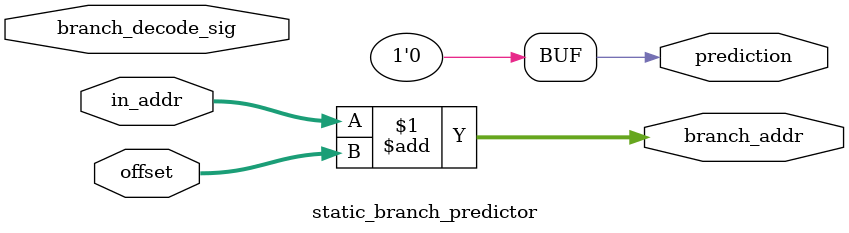
<source format=v>
/*
	Authored 2018-2019, Ryan Voo.

	All rights reserved.
	Redistribution and use in source and binary forms, with or without
	modification, are permitted provided that the following conditions
	are met:

	*	Redistributions of source code must retain the above
		copyright notice, this list of conditions and the following
		disclaimer.

	*	Redistributions in binary form must reproduce the above
		copyright notice, this list of conditions and the following
		disclaimer in the documentation and/or other materials
		provided with the distribution.

	*	Neither the name of the author nor the names of its
		contributors may be used to endorse or promote products
		derived from this software without specific prior written
		permission.

	THIS SOFTWARE IS PROVIDED BY THE COPYRIGHT HOLDERS AND CONTRIBUTORS
	"AS IS" AND ANY EXPRESS OR IMPLIED WARRANTIES, INCLUDING, BUT NOT
	LIMITED TO, THE IMPLIED WARRANTIES OF MERCHANTABILITY AND FITNESS
	FOR A PARTICULAR PURPOSE ARE DISCLAIMED. IN NO EVENT SHALL THE
	COPYRIGHT OWNER OR CONTRIBUTORS BE LIABLE FOR ANY DIRECT, INDIRECT,
	INCIDENTAL, SPECIAL, EXEMPLARY, OR CONSEQUENTIAL DAMAGES (INCLUDING,
	BUT NOT LIMITED TO, PROCUREMENT OF SUBSTITUTE GOODS OR SERVICES;
	LOSS OF USE, DATA, OR PROFITS; OR BUSINESS INTERRUPTION) HOWEVER
	CAUSED AND ON ANY THEORY OF LIABILITY, WHETHER IN CONTRACT, STRICT
	LIABILITY, OR TORT (INCLUDING NEGLIGENCE OR OTHERWISE) ARISING IN
	ANY WAY OUT OF THE USE OF THIS SOFTWARE, EVEN IF ADVISED OF THE
	POSSIBILITY OF SUCH DAMAGE.
*/



/*
 *		Branch Predictor FSM
 */

module static_branch_predictor(
		branch_decode_sig,
		in_addr,
		offset,
		branch_addr,
		prediction
	);

	/*
	 *	inputs
	 */
	input		branch_decode_sig;
	input [31:0]	in_addr;
	input [31:0]	offset;

	/*
	 *	outputs
	 */
	output [31:0]	branch_addr;
	output		prediction;

	/*
	 *	The `initial` statement below uses Yosys's support for nonzero
	 *	initial values:
	 *
	 *		https://github.com/YosysHQ/yosys/commit/0793f1b196df536975a044a4ce53025c81d00c7f
	 *
	 *	Rather than using this simulation construct (`initial`),
	 *	the design should instead use a reset signal going to
	 *	modules in the design and to thereby set the values.
	 */

	/*
	 *	Using this microarchitecture, branches can't occur consecutively
	 *	therefore can use branch_mem_sig as every branch is followed by
	 *	a bubble, so a 0 to 1 transition
	 */

	assign branch_addr = in_addr + offset;
	assign prediction = 1'b0 & branch_decode_sig; // not taken
endmodule

</source>
